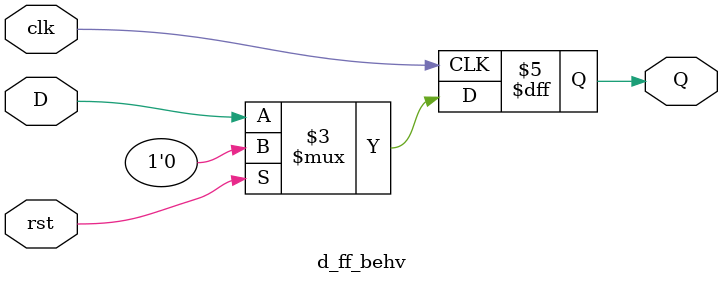
<source format=v>
`timescale 1ns / 1ps



module d_ff_behv(input D,clk,rst,output reg Q);
always @(posedge clk)
begin
if(rst)
Q<=0;
else
Q<=D;
end
endmodule

 

</source>
